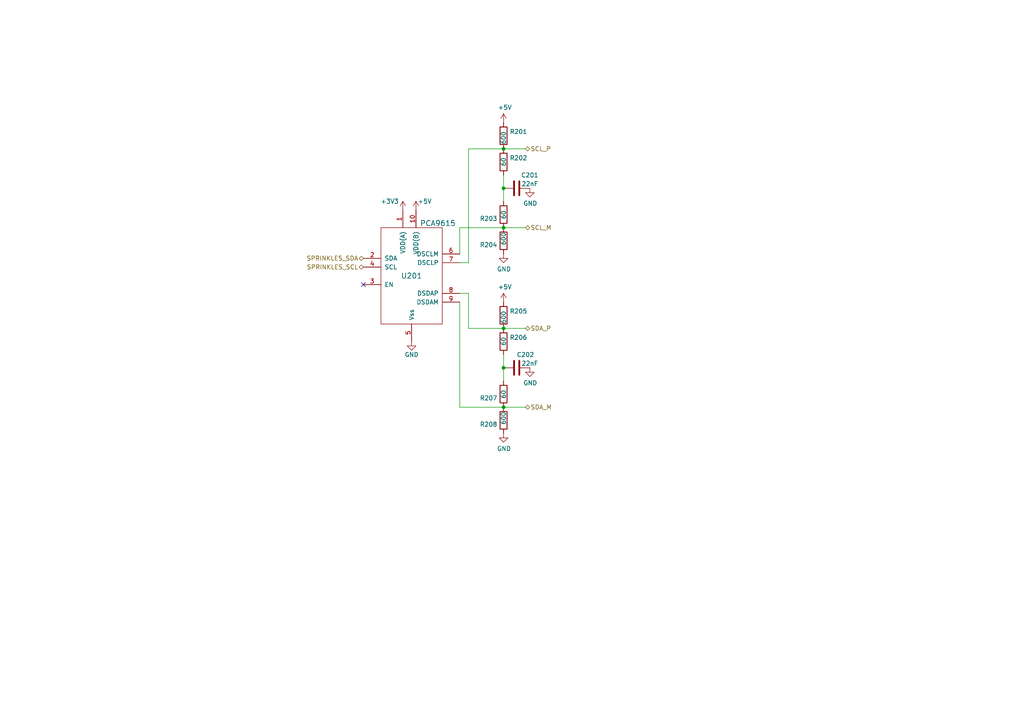
<source format=kicad_sch>
(kicad_sch (version 20211123) (generator eeschema)

  (uuid fc83cd71-1198-4019-87a1-dc154bceead3)

  (paper "A4")

  (lib_symbols
    (symbol "Device:C" (pin_numbers hide) (pin_names (offset 0.254)) (in_bom yes) (on_board yes)
      (property "Reference" "C" (id 0) (at 0.635 2.54 0)
        (effects (font (size 1.27 1.27)) (justify left))
      )
      (property "Value" "C" (id 1) (at 0.635 -2.54 0)
        (effects (font (size 1.27 1.27)) (justify left))
      )
      (property "Footprint" "" (id 2) (at 0.9652 -3.81 0)
        (effects (font (size 1.27 1.27)) hide)
      )
      (property "Datasheet" "~" (id 3) (at 0 0 0)
        (effects (font (size 1.27 1.27)) hide)
      )
      (property "ki_keywords" "cap capacitor" (id 4) (at 0 0 0)
        (effects (font (size 1.27 1.27)) hide)
      )
      (property "ki_description" "Unpolarized capacitor" (id 5) (at 0 0 0)
        (effects (font (size 1.27 1.27)) hide)
      )
      (property "ki_fp_filters" "C_*" (id 6) (at 0 0 0)
        (effects (font (size 1.27 1.27)) hide)
      )
      (symbol "C_0_1"
        (polyline
          (pts
            (xy -2.032 -0.762)
            (xy 2.032 -0.762)
          )
          (stroke (width 0.508) (type default) (color 0 0 0 0))
          (fill (type none))
        )
        (polyline
          (pts
            (xy -2.032 0.762)
            (xy 2.032 0.762)
          )
          (stroke (width 0.508) (type default) (color 0 0 0 0))
          (fill (type none))
        )
      )
      (symbol "C_1_1"
        (pin passive line (at 0 3.81 270) (length 2.794)
          (name "~" (effects (font (size 1.27 1.27))))
          (number "1" (effects (font (size 1.27 1.27))))
        )
        (pin passive line (at 0 -3.81 90) (length 2.794)
          (name "~" (effects (font (size 1.27 1.27))))
          (number "2" (effects (font (size 1.27 1.27))))
        )
      )
    )
    (symbol "Device:R" (pin_numbers hide) (pin_names (offset 0)) (in_bom yes) (on_board yes)
      (property "Reference" "R" (id 0) (at 2.032 0 90)
        (effects (font (size 1.27 1.27)))
      )
      (property "Value" "R" (id 1) (at 0 0 90)
        (effects (font (size 1.27 1.27)))
      )
      (property "Footprint" "" (id 2) (at -1.778 0 90)
        (effects (font (size 1.27 1.27)) hide)
      )
      (property "Datasheet" "~" (id 3) (at 0 0 0)
        (effects (font (size 1.27 1.27)) hide)
      )
      (property "ki_keywords" "R res resistor" (id 4) (at 0 0 0)
        (effects (font (size 1.27 1.27)) hide)
      )
      (property "ki_description" "Resistor" (id 5) (at 0 0 0)
        (effects (font (size 1.27 1.27)) hide)
      )
      (property "ki_fp_filters" "R_*" (id 6) (at 0 0 0)
        (effects (font (size 1.27 1.27)) hide)
      )
      (symbol "R_0_1"
        (rectangle (start -1.016 -2.54) (end 1.016 2.54)
          (stroke (width 0.254) (type default) (color 0 0 0 0))
          (fill (type none))
        )
      )
      (symbol "R_1_1"
        (pin passive line (at 0 3.81 270) (length 1.27)
          (name "~" (effects (font (size 1.27 1.27))))
          (number "1" (effects (font (size 1.27 1.27))))
        )
        (pin passive line (at 0 -3.81 90) (length 1.27)
          (name "~" (effects (font (size 1.27 1.27))))
          (number "2" (effects (font (size 1.27 1.27))))
        )
      )
    )
    (symbol "LHRE_Component_Library:PCA9615" (pin_names (offset 1.016)) (in_bom yes) (on_board yes)
      (property "Reference" "U" (id 0) (at 0 0 0)
        (effects (font (size 1.524 1.524)))
      )
      (property "Value" "LHRE_Component_Library_PCA9615" (id 1) (at 7.62 15.24 0)
        (effects (font (size 1.524 1.524)))
      )
      (property "Footprint" "" (id 2) (at 0 0 0)
        (effects (font (size 1.524 1.524)))
      )
      (property "Datasheet" "" (id 3) (at 0 0 0)
        (effects (font (size 1.524 1.524)))
      )
      (symbol "PCA9615_0_1"
        (rectangle (start -8.89 13.97) (end 8.89 -13.97)
          (stroke (width 0) (type default) (color 0 0 0 0))
          (fill (type none))
        )
      )
      (symbol "PCA9615_1_1"
        (pin input line (at -2.54 19.05 270) (length 5.08)
          (name "VDD(A)" (effects (font (size 1.27 1.27))))
          (number "1" (effects (font (size 1.27 1.27))))
        )
        (pin input line (at 1.27 19.05 270) (length 5.08)
          (name "VDD(B)" (effects (font (size 1.27 1.27))))
          (number "10" (effects (font (size 1.27 1.27))))
        )
        (pin input line (at -13.97 5.08 0) (length 5.08)
          (name "SDA" (effects (font (size 1.27 1.27))))
          (number "2" (effects (font (size 1.27 1.27))))
        )
        (pin input line (at -13.97 -2.54 0) (length 5.08)
          (name "EN" (effects (font (size 1.27 1.27))))
          (number "3" (effects (font (size 1.27 1.27))))
        )
        (pin input line (at -13.97 2.54 0) (length 5.08)
          (name "SCL" (effects (font (size 1.27 1.27))))
          (number "4" (effects (font (size 1.27 1.27))))
        )
        (pin input line (at 0 -19.05 90) (length 5.08)
          (name "Vss" (effects (font (size 1.27 1.27))))
          (number "5" (effects (font (size 1.27 1.27))))
        )
        (pin input line (at 13.97 6.35 180) (length 5.08)
          (name "DSCLM" (effects (font (size 1.27 1.27))))
          (number "6" (effects (font (size 1.27 1.27))))
        )
        (pin input line (at 13.97 3.81 180) (length 5.08)
          (name "DSCLP" (effects (font (size 1.27 1.27))))
          (number "7" (effects (font (size 1.27 1.27))))
        )
        (pin input line (at 13.97 -5.08 180) (length 5.08)
          (name "DSDAP" (effects (font (size 1.27 1.27))))
          (number "8" (effects (font (size 1.27 1.27))))
        )
        (pin input line (at 13.97 -7.62 180) (length 5.08)
          (name "DSDAM" (effects (font (size 1.27 1.27))))
          (number "9" (effects (font (size 1.27 1.27))))
        )
      )
    )
    (symbol "power:+3.3V" (power) (pin_names (offset 0)) (in_bom yes) (on_board yes)
      (property "Reference" "#PWR" (id 0) (at 0 -3.81 0)
        (effects (font (size 1.27 1.27)) hide)
      )
      (property "Value" "+3.3V" (id 1) (at 0 3.556 0)
        (effects (font (size 1.27 1.27)))
      )
      (property "Footprint" "" (id 2) (at 0 0 0)
        (effects (font (size 1.27 1.27)) hide)
      )
      (property "Datasheet" "" (id 3) (at 0 0 0)
        (effects (font (size 1.27 1.27)) hide)
      )
      (property "ki_keywords" "power-flag" (id 4) (at 0 0 0)
        (effects (font (size 1.27 1.27)) hide)
      )
      (property "ki_description" "Power symbol creates a global label with name \"+3.3V\"" (id 5) (at 0 0 0)
        (effects (font (size 1.27 1.27)) hide)
      )
      (symbol "+3.3V_0_1"
        (polyline
          (pts
            (xy -0.762 1.27)
            (xy 0 2.54)
          )
          (stroke (width 0) (type default) (color 0 0 0 0))
          (fill (type none))
        )
        (polyline
          (pts
            (xy 0 0)
            (xy 0 2.54)
          )
          (stroke (width 0) (type default) (color 0 0 0 0))
          (fill (type none))
        )
        (polyline
          (pts
            (xy 0 2.54)
            (xy 0.762 1.27)
          )
          (stroke (width 0) (type default) (color 0 0 0 0))
          (fill (type none))
        )
      )
      (symbol "+3.3V_1_1"
        (pin power_in line (at 0 0 90) (length 0) hide
          (name "+3V3" (effects (font (size 1.27 1.27))))
          (number "1" (effects (font (size 1.27 1.27))))
        )
      )
    )
    (symbol "power:+5V" (power) (pin_names (offset 0)) (in_bom yes) (on_board yes)
      (property "Reference" "#PWR" (id 0) (at 0 -3.81 0)
        (effects (font (size 1.27 1.27)) hide)
      )
      (property "Value" "+5V" (id 1) (at 0 3.556 0)
        (effects (font (size 1.27 1.27)))
      )
      (property "Footprint" "" (id 2) (at 0 0 0)
        (effects (font (size 1.27 1.27)) hide)
      )
      (property "Datasheet" "" (id 3) (at 0 0 0)
        (effects (font (size 1.27 1.27)) hide)
      )
      (property "ki_keywords" "power-flag" (id 4) (at 0 0 0)
        (effects (font (size 1.27 1.27)) hide)
      )
      (property "ki_description" "Power symbol creates a global label with name \"+5V\"" (id 5) (at 0 0 0)
        (effects (font (size 1.27 1.27)) hide)
      )
      (symbol "+5V_0_1"
        (polyline
          (pts
            (xy -0.762 1.27)
            (xy 0 2.54)
          )
          (stroke (width 0) (type default) (color 0 0 0 0))
          (fill (type none))
        )
        (polyline
          (pts
            (xy 0 0)
            (xy 0 2.54)
          )
          (stroke (width 0) (type default) (color 0 0 0 0))
          (fill (type none))
        )
        (polyline
          (pts
            (xy 0 2.54)
            (xy 0.762 1.27)
          )
          (stroke (width 0) (type default) (color 0 0 0 0))
          (fill (type none))
        )
      )
      (symbol "+5V_1_1"
        (pin power_in line (at 0 0 90) (length 0) hide
          (name "+5V" (effects (font (size 1.27 1.27))))
          (number "1" (effects (font (size 1.27 1.27))))
        )
      )
    )
    (symbol "power:GND" (power) (pin_names (offset 0)) (in_bom yes) (on_board yes)
      (property "Reference" "#PWR" (id 0) (at 0 -6.35 0)
        (effects (font (size 1.27 1.27)) hide)
      )
      (property "Value" "GND" (id 1) (at 0 -3.81 0)
        (effects (font (size 1.27 1.27)))
      )
      (property "Footprint" "" (id 2) (at 0 0 0)
        (effects (font (size 1.27 1.27)) hide)
      )
      (property "Datasheet" "" (id 3) (at 0 0 0)
        (effects (font (size 1.27 1.27)) hide)
      )
      (property "ki_keywords" "power-flag" (id 4) (at 0 0 0)
        (effects (font (size 1.27 1.27)) hide)
      )
      (property "ki_description" "Power symbol creates a global label with name \"GND\" , ground" (id 5) (at 0 0 0)
        (effects (font (size 1.27 1.27)) hide)
      )
      (symbol "GND_0_1"
        (polyline
          (pts
            (xy 0 0)
            (xy 0 -1.27)
            (xy 1.27 -1.27)
            (xy 0 -2.54)
            (xy -1.27 -1.27)
            (xy 0 -1.27)
          )
          (stroke (width 0) (type default) (color 0 0 0 0))
          (fill (type none))
        )
      )
      (symbol "GND_1_1"
        (pin power_in line (at 0 0 270) (length 0) hide
          (name "GND" (effects (font (size 1.27 1.27))))
          (number "1" (effects (font (size 1.27 1.27))))
        )
      )
    )
  )

  (junction (at 146.05 66.04) (diameter 0) (color 0 0 0 0)
    (uuid 0ba17a9b-d889-426c-b4fe-048bed6b6be8)
  )
  (junction (at 146.05 118.11) (diameter 0) (color 0 0 0 0)
    (uuid 3ed2c840-383d-4cbd-bc3b-c4ea4c97b333)
  )
  (junction (at 146.05 106.68) (diameter 0) (color 0 0 0 0)
    (uuid a7fc0812-140f-4d96-9cd8-ead8c1c610b1)
  )
  (junction (at 146.05 43.18) (diameter 0) (color 0 0 0 0)
    (uuid e50c80c5-80c4-46a3-8c1e-c9c3a71a0934)
  )
  (junction (at 146.05 54.61) (diameter 0) (color 0 0 0 0)
    (uuid e70d061b-28f0-4421-ad15-0598604086e8)
  )
  (junction (at 146.05 95.25) (diameter 0) (color 0 0 0 0)
    (uuid f33ec0db-ef0f-4576-8054-2833161a8f30)
  )

  (no_connect (at 105.41 82.55) (uuid bb8162f0-99c8-4884-be5b-c0d0c7e81ff6))

  (wire (pts (xy 146.05 50.8) (xy 146.05 54.61))
    (stroke (width 0) (type default) (color 0 0 0 0))
    (uuid 02f8904b-a7b2-49dd-b392-764e7e29fb51)
  )
  (wire (pts (xy 133.35 66.04) (xy 133.35 73.66))
    (stroke (width 0) (type default) (color 0 0 0 0))
    (uuid 29cbb0bc-f66b-4d11-80e7-5bb270e42496)
  )
  (wire (pts (xy 133.35 76.2) (xy 135.89 76.2))
    (stroke (width 0) (type default) (color 0 0 0 0))
    (uuid 355ced6c-c08a-4586-9a09-7a9c624536f6)
  )
  (wire (pts (xy 152.4 118.11) (xy 146.05 118.11))
    (stroke (width 0) (type default) (color 0 0 0 0))
    (uuid 4086cbd7-6ba7-4e63-8da9-17e60627ee17)
  )
  (wire (pts (xy 152.4 66.04) (xy 146.05 66.04))
    (stroke (width 0) (type default) (color 0 0 0 0))
    (uuid 465137b4-f6f7-4d51-9b40-b161947d5cc1)
  )
  (wire (pts (xy 146.05 102.87) (xy 146.05 106.68))
    (stroke (width 0) (type default) (color 0 0 0 0))
    (uuid 63caf46e-0228-40de-b819-c6bd29dd1711)
  )
  (wire (pts (xy 135.89 95.25) (xy 146.05 95.25))
    (stroke (width 0) (type default) (color 0 0 0 0))
    (uuid 653a86ba-a1ae-4175-9d4c-c788087956d0)
  )
  (wire (pts (xy 133.35 87.63) (xy 133.35 118.11))
    (stroke (width 0) (type default) (color 0 0 0 0))
    (uuid 6a0919c2-460c-4229-b872-14e318e1ba8b)
  )
  (wire (pts (xy 135.89 43.18) (xy 135.89 76.2))
    (stroke (width 0) (type default) (color 0 0 0 0))
    (uuid 7233cb6b-d8fd-4fcd-9b4f-8b0ed19b1b12)
  )
  (wire (pts (xy 135.89 43.18) (xy 146.05 43.18))
    (stroke (width 0) (type default) (color 0 0 0 0))
    (uuid 761c8e29-382a-475c-a37a-7201cc9cd0f5)
  )
  (wire (pts (xy 146.05 54.61) (xy 146.05 58.42))
    (stroke (width 0) (type default) (color 0 0 0 0))
    (uuid 8bd46048-cab7-4adf-af9a-bc2710c1894c)
  )
  (wire (pts (xy 146.05 106.68) (xy 146.05 110.49))
    (stroke (width 0) (type default) (color 0 0 0 0))
    (uuid 94a10cae-6ef2-4b64-9d98-fb22aa3306cc)
  )
  (wire (pts (xy 133.35 85.09) (xy 135.89 85.09))
    (stroke (width 0) (type default) (color 0 0 0 0))
    (uuid c2dd13db-24b6-40f1-b75b-b9ab893d92ea)
  )
  (wire (pts (xy 133.35 66.04) (xy 146.05 66.04))
    (stroke (width 0) (type default) (color 0 0 0 0))
    (uuid c401e9c6-1deb-4979-99be-7c801c952098)
  )
  (wire (pts (xy 133.35 118.11) (xy 146.05 118.11))
    (stroke (width 0) (type default) (color 0 0 0 0))
    (uuid d1c19c11-0a13-4237-b6b4-fb2ef1db7c6d)
  )
  (wire (pts (xy 152.4 95.25) (xy 146.05 95.25))
    (stroke (width 0) (type default) (color 0 0 0 0))
    (uuid d1cd5391-31d2-459f-8adb-4ae3f304a833)
  )
  (wire (pts (xy 152.4 43.18) (xy 146.05 43.18))
    (stroke (width 0) (type default) (color 0 0 0 0))
    (uuid d8200a86-aa75-47a3-ad2a-7f4c9c999a6f)
  )
  (wire (pts (xy 135.89 85.09) (xy 135.89 95.25))
    (stroke (width 0) (type default) (color 0 0 0 0))
    (uuid df83f395-2d18-47e2-a370-952ca41c2b3a)
  )

  (hierarchical_label "SPRINKLES_SDA" (shape bidirectional) (at 105.41 74.93 180)
    (effects (font (size 1.27 1.27)) (justify right))
    (uuid 123968c6-74e7-4754-8c36-08ea08e42555)
  )
  (hierarchical_label "SCL_M" (shape bidirectional) (at 152.4 66.04 0)
    (effects (font (size 1.27 1.27)) (justify left))
    (uuid 275b6416-db29-42cc-9307-bf426917c3b4)
  )
  (hierarchical_label "SDA_P" (shape bidirectional) (at 152.4 95.25 0)
    (effects (font (size 1.27 1.27)) (justify left))
    (uuid 3c22d605-7855-4cc6-8ad2-906cadbd02dc)
  )
  (hierarchical_label "SCL_P" (shape bidirectional) (at 152.4 43.18 0)
    (effects (font (size 1.27 1.27)) (justify left))
    (uuid 91fc5800-6029-46b1-848d-ca0091f97267)
  )
  (hierarchical_label "SPRINKLES_SCL" (shape bidirectional) (at 105.41 77.47 180)
    (effects (font (size 1.27 1.27)) (justify right))
    (uuid aa1c6f47-cbd4-4cbd-8265-e5ac08b7ffc8)
  )
  (hierarchical_label "SDA_M" (shape bidirectional) (at 152.4 118.11 0)
    (effects (font (size 1.27 1.27)) (justify left))
    (uuid bd085057-7c0e-463a-982b-968a2dc1f0f8)
  )

  (symbol (lib_id "LHRE_Component_Library:PCA9615") (at 119.38 80.01 0) (unit 1)
    (in_bom yes) (on_board yes)
    (uuid 00000000-0000-0000-0000-00005d81d2e8)
    (property "Reference" "U201" (id 0) (at 119.38 80.01 0)
      (effects (font (size 1.524 1.524)))
    )
    (property "Value" "PCA9615" (id 1) (at 127 64.77 0)
      (effects (font (size 1.524 1.524)))
    )
    (property "Footprint" "Package_SO:TSSOP-10_3x3mm_P0.5mm" (id 2) (at 119.38 80.01 0)
      (effects (font (size 1.524 1.524)) hide)
    )
    (property "Datasheet" "https://datasheet.octopart.com/PCA9615DPJ-NXP-Semiconductors-datasheet-26368818.pdf" (id 3) (at 119.38 80.01 0)
      (effects (font (size 1.524 1.524)) hide)
    )
    (property "Manufacturer" "NXP" (id 4) (at 119.38 80.01 0)
      (effects (font (size 1.27 1.27)) hide)
    )
    (property "Part Number" "PCA9615DPJ" (id 5) (at 119.38 80.01 0)
      (effects (font (size 1.27 1.27)) hide)
    )
    (property "Description" "IC REDRIVER I2C 2CH 10TSSOP" (id 6) (at 119.38 80.01 0)
      (effects (font (size 1.27 1.27)) hide)
    )
    (property "Package" "TSSOP10" (id 7) (at 119.38 80.01 0)
      (effects (font (size 1.27 1.27)) hide)
    )
    (pin "1" (uuid afe4ddf5-c76d-4572-81d0-330059d750fb))
    (pin "10" (uuid fa08bbd8-3032-43ad-9224-891f0af2094e))
    (pin "2" (uuid c1b9de0f-f5c7-4984-a5ab-5f85e10e3256))
    (pin "3" (uuid 11dd75c3-6fbe-4ff3-8f7a-04c46fdf5c60))
    (pin "4" (uuid 98f17d0a-8aa0-45eb-b901-477c4cf3b5ef))
    (pin "5" (uuid d0342920-3b5a-40d1-be3e-8afde0774a75))
    (pin "6" (uuid 71d7f736-f7f1-4c97-bc0b-deffb5921667))
    (pin "7" (uuid 31f0a5cf-1873-4f4b-84cc-b9ad991c0d1f))
    (pin "8" (uuid 87887cdf-ede0-4282-820a-00fd7bcf8f6f))
    (pin "9" (uuid 3be1c366-8157-43ad-aa6f-b4202bd96b55))
  )

  (symbol (lib_id "power:GND") (at 119.38 99.06 0) (unit 1)
    (in_bom yes) (on_board yes)
    (uuid 00000000-0000-0000-0000-00005d81db3c)
    (property "Reference" "#PWR0202" (id 0) (at 119.38 105.41 0)
      (effects (font (size 1.27 1.27)) hide)
    )
    (property "Value" "GND" (id 1) (at 119.38 102.87 0))
    (property "Footprint" "" (id 2) (at 119.38 99.06 0)
      (effects (font (size 1.27 1.27)) hide)
    )
    (property "Datasheet" "" (id 3) (at 119.38 99.06 0)
      (effects (font (size 1.27 1.27)) hide)
    )
    (pin "1" (uuid 38308367-4562-4a6a-bd15-9e81dd42d931))
  )

  (symbol (lib_id "power:+5V") (at 120.65 60.96 0) (unit 1)
    (in_bom yes) (on_board yes)
    (uuid 00000000-0000-0000-0000-00005d822507)
    (property "Reference" "#PWR0203" (id 0) (at 120.65 64.77 0)
      (effects (font (size 1.27 1.27)) hide)
    )
    (property "Value" "+5V" (id 1) (at 123.19 58.42 0))
    (property "Footprint" "" (id 2) (at 120.65 60.96 0)
      (effects (font (size 1.27 1.27)) hide)
    )
    (property "Datasheet" "" (id 3) (at 120.65 60.96 0)
      (effects (font (size 1.27 1.27)) hide)
    )
    (pin "1" (uuid 461b93ba-88ae-4363-bb1f-e1e0cd198f76))
  )

  (symbol (lib_id "power:+3.3V") (at 116.84 60.96 0) (unit 1)
    (in_bom yes) (on_board yes)
    (uuid 00000000-0000-0000-0000-00005d9d094d)
    (property "Reference" "#PWR0201" (id 0) (at 116.84 64.77 0)
      (effects (font (size 1.27 1.27)) hide)
    )
    (property "Value" "+3.3V" (id 1) (at 113.03 58.42 0))
    (property "Footprint" "" (id 2) (at 116.84 60.96 0)
      (effects (font (size 1.27 1.27)) hide)
    )
    (property "Datasheet" "" (id 3) (at 116.84 60.96 0)
      (effects (font (size 1.27 1.27)) hide)
    )
    (pin "1" (uuid ca61b2a1-a181-4525-add8-54275ea1e0c3))
  )

  (symbol (lib_id "Device:R") (at 146.05 39.37 0) (unit 1)
    (in_bom yes) (on_board yes)
    (uuid 00000000-0000-0000-0000-00005d9d303f)
    (property "Reference" "R201" (id 0) (at 147.828 38.2016 0)
      (effects (font (size 1.27 1.27)) (justify left))
    )
    (property "Value" "600" (id 1) (at 146.05 41.91 90)
      (effects (font (size 1.27 1.27)) (justify left))
    )
    (property "Footprint" "Resistor_SMD:R_0603_1608Metric_Pad1.05x0.95mm_HandSolder" (id 2) (at 144.272 39.37 90)
      (effects (font (size 1.27 1.27)) hide)
    )
    (property "Datasheet" "~" (id 3) (at 146.05 39.37 0)
      (effects (font (size 1.27 1.27)) hide)
    )
    (property "Description" "RES SMD 600 OHM 1% 0603 " (id 4) (at 146.05 39.37 0)
      (effects (font (size 1.27 1.27)) hide)
    )
    (property "Package" "0603" (id 5) (at 146.05 39.37 0)
      (effects (font (size 1.27 1.27)) hide)
    )
    (pin "1" (uuid f6524778-165d-40ae-8769-3082e82e931f))
    (pin "2" (uuid 536e7299-01f9-4e6e-b7aa-e732c94f5195))
  )

  (symbol (lib_id "Device:R") (at 146.05 46.99 0) (unit 1)
    (in_bom yes) (on_board yes)
    (uuid 00000000-0000-0000-0000-00005d9d3ecb)
    (property "Reference" "R202" (id 0) (at 147.828 45.8216 0)
      (effects (font (size 1.27 1.27)) (justify left))
    )
    (property "Value" "60" (id 1) (at 146.05 48.26 90)
      (effects (font (size 1.27 1.27)) (justify left))
    )
    (property "Footprint" "Resistor_SMD:R_0603_1608Metric_Pad1.05x0.95mm_HandSolder" (id 2) (at 144.272 46.99 90)
      (effects (font (size 1.27 1.27)) hide)
    )
    (property "Datasheet" "~" (id 3) (at 146.05 46.99 0)
      (effects (font (size 1.27 1.27)) hide)
    )
    (property "Description" "RES SMD 60 OHM 1% 0603 " (id 4) (at 146.05 46.99 0)
      (effects (font (size 1.27 1.27)) hide)
    )
    (property "Package" "0603" (id 5) (at 146.05 46.99 0)
      (effects (font (size 1.27 1.27)) hide)
    )
    (pin "1" (uuid 09c03aeb-2c4c-4c1b-97ad-d4fece5e3f27))
    (pin "2" (uuid 7fe8489e-5674-4479-bf97-82a32d513a7e))
  )

  (symbol (lib_id "Device:C") (at 149.86 54.61 270) (unit 1)
    (in_bom yes) (on_board yes)
    (uuid 00000000-0000-0000-0000-00005d9d499a)
    (property "Reference" "C201" (id 0) (at 153.67 50.8 90))
    (property "Value" "22nF" (id 1) (at 153.67 53.34 90))
    (property "Footprint" "Capacitor_SMD:C_0603_1608Metric_Pad1.05x0.95mm_HandSolder" (id 2) (at 146.05 55.5752 0)
      (effects (font (size 1.27 1.27)) hide)
    )
    (property "Datasheet" "~" (id 3) (at 149.86 54.61 0)
      (effects (font (size 1.27 1.27)) hide)
    )
    (property "Description" "CAP CER 22nF 25V X7R 0603" (id 4) (at 149.86 54.61 0)
      (effects (font (size 1.27 1.27)) hide)
    )
    (property "Package" "0603" (id 5) (at 149.86 54.61 0)
      (effects (font (size 1.27 1.27)) hide)
    )
    (pin "1" (uuid 0e40bd92-1dae-45fd-ad04-0e17634efa22))
    (pin "2" (uuid 751b634c-f59c-4a50-988e-7bd06c872952))
  )

  (symbol (lib_id "Device:R") (at 146.05 69.85 180) (unit 1)
    (in_bom yes) (on_board yes)
    (uuid 00000000-0000-0000-0000-00005d9d8e28)
    (property "Reference" "R204" (id 0) (at 144.272 71.0184 0)
      (effects (font (size 1.27 1.27)) (justify left))
    )
    (property "Value" "600" (id 1) (at 146.05 67.31 90)
      (effects (font (size 1.27 1.27)) (justify left))
    )
    (property "Footprint" "Resistor_SMD:R_0603_1608Metric_Pad1.05x0.95mm_HandSolder" (id 2) (at 147.828 69.85 90)
      (effects (font (size 1.27 1.27)) hide)
    )
    (property "Datasheet" "~" (id 3) (at 146.05 69.85 0)
      (effects (font (size 1.27 1.27)) hide)
    )
    (property "Description" "RES SMD 600 OHM 1% 0603 " (id 4) (at 146.05 69.85 0)
      (effects (font (size 1.27 1.27)) hide)
    )
    (property "Package" "0603" (id 5) (at 146.05 69.85 0)
      (effects (font (size 1.27 1.27)) hide)
    )
    (pin "1" (uuid 9708151f-df27-44f4-a7f2-da0302021d21))
    (pin "2" (uuid d85025fb-e43d-4823-a5dd-ad8943feb675))
  )

  (symbol (lib_id "Device:R") (at 146.05 62.23 180) (unit 1)
    (in_bom yes) (on_board yes)
    (uuid 00000000-0000-0000-0000-00005d9d8e30)
    (property "Reference" "R203" (id 0) (at 144.272 63.3984 0)
      (effects (font (size 1.27 1.27)) (justify left))
    )
    (property "Value" "60" (id 1) (at 146.05 60.96 90)
      (effects (font (size 1.27 1.27)) (justify left))
    )
    (property "Footprint" "Resistor_SMD:R_0603_1608Metric_Pad1.05x0.95mm_HandSolder" (id 2) (at 147.828 62.23 90)
      (effects (font (size 1.27 1.27)) hide)
    )
    (property "Datasheet" "~" (id 3) (at 146.05 62.23 0)
      (effects (font (size 1.27 1.27)) hide)
    )
    (property "Description" "RES SMD 60 OHM 1% 0603 " (id 4) (at 146.05 62.23 0)
      (effects (font (size 1.27 1.27)) hide)
    )
    (property "Package" "0603" (id 5) (at 146.05 62.23 0)
      (effects (font (size 1.27 1.27)) hide)
    )
    (pin "1" (uuid cc80a1df-6547-477d-a599-8c815bd97fca))
    (pin "2" (uuid 4c1abb22-353e-497e-a507-9c856e2fe82f))
  )

  (symbol (lib_id "power:GND") (at 153.67 54.61 0) (unit 1)
    (in_bom yes) (on_board yes)
    (uuid 00000000-0000-0000-0000-00005d9d8f30)
    (property "Reference" "#PWR0208" (id 0) (at 153.67 60.96 0)
      (effects (font (size 1.27 1.27)) hide)
    )
    (property "Value" "GND" (id 1) (at 153.797 59.0042 0))
    (property "Footprint" "" (id 2) (at 153.67 54.61 0)
      (effects (font (size 1.27 1.27)) hide)
    )
    (property "Datasheet" "" (id 3) (at 153.67 54.61 0)
      (effects (font (size 1.27 1.27)) hide)
    )
    (pin "1" (uuid a340ffec-ed73-4437-8fbf-7434d84e9c5c))
  )

  (symbol (lib_id "power:+5V") (at 146.05 35.56 0) (unit 1)
    (in_bom yes) (on_board yes)
    (uuid 00000000-0000-0000-0000-00005d9d959d)
    (property "Reference" "#PWR0204" (id 0) (at 146.05 39.37 0)
      (effects (font (size 1.27 1.27)) hide)
    )
    (property "Value" "+5V" (id 1) (at 146.431 31.1658 0))
    (property "Footprint" "" (id 2) (at 146.05 35.56 0)
      (effects (font (size 1.27 1.27)) hide)
    )
    (property "Datasheet" "" (id 3) (at 146.05 35.56 0)
      (effects (font (size 1.27 1.27)) hide)
    )
    (pin "1" (uuid 893e8665-4cbe-4be0-8897-2e49f5ae61c0))
  )

  (symbol (lib_id "power:GND") (at 146.05 73.66 0) (unit 1)
    (in_bom yes) (on_board yes)
    (uuid 00000000-0000-0000-0000-00005d9d9b68)
    (property "Reference" "#PWR0205" (id 0) (at 146.05 80.01 0)
      (effects (font (size 1.27 1.27)) hide)
    )
    (property "Value" "GND" (id 1) (at 146.177 78.0542 0))
    (property "Footprint" "" (id 2) (at 146.05 73.66 0)
      (effects (font (size 1.27 1.27)) hide)
    )
    (property "Datasheet" "" (id 3) (at 146.05 73.66 0)
      (effects (font (size 1.27 1.27)) hide)
    )
    (pin "1" (uuid fb256c68-3c79-4a8e-a56c-e9920d041772))
  )

  (symbol (lib_id "Device:R") (at 146.05 91.44 0) (unit 1)
    (in_bom yes) (on_board yes)
    (uuid 00000000-0000-0000-0000-00005d9e5744)
    (property "Reference" "R205" (id 0) (at 147.828 90.2716 0)
      (effects (font (size 1.27 1.27)) (justify left))
    )
    (property "Value" "600" (id 1) (at 146.05 93.98 90)
      (effects (font (size 1.27 1.27)) (justify left))
    )
    (property "Footprint" "Resistor_SMD:R_0603_1608Metric_Pad1.05x0.95mm_HandSolder" (id 2) (at 144.272 91.44 90)
      (effects (font (size 1.27 1.27)) hide)
    )
    (property "Datasheet" "~" (id 3) (at 146.05 91.44 0)
      (effects (font (size 1.27 1.27)) hide)
    )
    (property "Description" "RES SMD 600 OHM 1% 0603 " (id 4) (at 146.05 91.44 0)
      (effects (font (size 1.27 1.27)) hide)
    )
    (property "Package" "0603" (id 5) (at 146.05 91.44 0)
      (effects (font (size 1.27 1.27)) hide)
    )
    (pin "1" (uuid 4cf72d78-7b35-40bb-9d0b-d0bff0b4c68b))
    (pin "2" (uuid 07670d98-b877-49ae-8def-516a48578e97))
  )

  (symbol (lib_id "Device:R") (at 146.05 99.06 0) (unit 1)
    (in_bom yes) (on_board yes)
    (uuid 00000000-0000-0000-0000-00005d9e574c)
    (property "Reference" "R206" (id 0) (at 147.828 97.8916 0)
      (effects (font (size 1.27 1.27)) (justify left))
    )
    (property "Value" "60" (id 1) (at 146.05 100.33 90)
      (effects (font (size 1.27 1.27)) (justify left))
    )
    (property "Footprint" "Resistor_SMD:R_0603_1608Metric_Pad1.05x0.95mm_HandSolder" (id 2) (at 144.272 99.06 90)
      (effects (font (size 1.27 1.27)) hide)
    )
    (property "Datasheet" "~" (id 3) (at 146.05 99.06 0)
      (effects (font (size 1.27 1.27)) hide)
    )
    (property "Description" "RES SMD 60 OHM 1% 0603 " (id 4) (at 146.05 99.06 0)
      (effects (font (size 1.27 1.27)) hide)
    )
    (property "Package" "0603" (id 5) (at 146.05 99.06 0)
      (effects (font (size 1.27 1.27)) hide)
    )
    (pin "1" (uuid fc60cf5d-a7e9-49fd-8855-551136a053b6))
    (pin "2" (uuid fee09b9f-5e2e-41f4-b3d6-58f4f86e1276))
  )

  (symbol (lib_id "Device:C") (at 149.86 106.68 270) (unit 1)
    (in_bom yes) (on_board yes)
    (uuid 00000000-0000-0000-0000-00005d9e5754)
    (property "Reference" "C202" (id 0) (at 152.4 102.87 90))
    (property "Value" "22nF" (id 1) (at 153.67 105.41 90))
    (property "Footprint" "Capacitor_SMD:C_0603_1608Metric_Pad1.05x0.95mm_HandSolder" (id 2) (at 146.05 107.6452 0)
      (effects (font (size 1.27 1.27)) hide)
    )
    (property "Datasheet" "~" (id 3) (at 149.86 106.68 0)
      (effects (font (size 1.27 1.27)) hide)
    )
    (property "Description" "CAP CER 22nF 25V X7R 0603" (id 4) (at 149.86 106.68 0)
      (effects (font (size 1.27 1.27)) hide)
    )
    (property "Package" "0603" (id 5) (at 149.86 106.68 0)
      (effects (font (size 1.27 1.27)) hide)
    )
    (pin "1" (uuid f69b8141-8091-474b-aab4-628edc857cd5))
    (pin "2" (uuid 3763ec6b-effd-45ec-8bd9-fd49d466e494))
  )

  (symbol (lib_id "Device:R") (at 146.05 121.92 180) (unit 1)
    (in_bom yes) (on_board yes)
    (uuid 00000000-0000-0000-0000-00005d9e575c)
    (property "Reference" "R208" (id 0) (at 144.272 123.0884 0)
      (effects (font (size 1.27 1.27)) (justify left))
    )
    (property "Value" "600" (id 1) (at 146.05 119.38 90)
      (effects (font (size 1.27 1.27)) (justify left))
    )
    (property "Footprint" "Resistor_SMD:R_0603_1608Metric_Pad1.05x0.95mm_HandSolder" (id 2) (at 147.828 121.92 90)
      (effects (font (size 1.27 1.27)) hide)
    )
    (property "Datasheet" "~" (id 3) (at 146.05 121.92 0)
      (effects (font (size 1.27 1.27)) hide)
    )
    (property "Description" "RES SMD 600 OHM 1% 0603 " (id 4) (at 146.05 121.92 0)
      (effects (font (size 1.27 1.27)) hide)
    )
    (property "Package" "0603" (id 5) (at 146.05 121.92 0)
      (effects (font (size 1.27 1.27)) hide)
    )
    (pin "1" (uuid 9907ad99-20fe-49bb-83dc-39bf6e604458))
    (pin "2" (uuid 92d9cdb6-aab7-4ae5-bda1-f235038d75ff))
  )

  (symbol (lib_id "Device:R") (at 146.05 114.3 180) (unit 1)
    (in_bom yes) (on_board yes)
    (uuid 00000000-0000-0000-0000-00005d9e5764)
    (property "Reference" "R207" (id 0) (at 144.272 115.4684 0)
      (effects (font (size 1.27 1.27)) (justify left))
    )
    (property "Value" "60" (id 1) (at 146.05 113.03 90)
      (effects (font (size 1.27 1.27)) (justify left))
    )
    (property "Footprint" "Resistor_SMD:R_0603_1608Metric_Pad1.05x0.95mm_HandSolder" (id 2) (at 147.828 114.3 90)
      (effects (font (size 1.27 1.27)) hide)
    )
    (property "Datasheet" "~" (id 3) (at 146.05 114.3 0)
      (effects (font (size 1.27 1.27)) hide)
    )
    (property "Description" "RES SMD 60 OHM 1% 0603 " (id 4) (at 146.05 114.3 0)
      (effects (font (size 1.27 1.27)) hide)
    )
    (property "Package" "0603" (id 5) (at 146.05 114.3 0)
      (effects (font (size 1.27 1.27)) hide)
    )
    (pin "1" (uuid 9f156a06-a5e8-4efb-8865-5186353e0437))
    (pin "2" (uuid 47cbd36b-e278-4c58-9f50-01d06f05a512))
  )

  (symbol (lib_id "power:GND") (at 153.67 106.68 0) (unit 1)
    (in_bom yes) (on_board yes)
    (uuid 00000000-0000-0000-0000-00005d9e576a)
    (property "Reference" "#PWR0209" (id 0) (at 153.67 113.03 0)
      (effects (font (size 1.27 1.27)) hide)
    )
    (property "Value" "GND" (id 1) (at 153.797 111.0742 0))
    (property "Footprint" "" (id 2) (at 153.67 106.68 0)
      (effects (font (size 1.27 1.27)) hide)
    )
    (property "Datasheet" "" (id 3) (at 153.67 106.68 0)
      (effects (font (size 1.27 1.27)) hide)
    )
    (pin "1" (uuid 19febb25-48c3-4f6a-9b82-a130831f180d))
  )

  (symbol (lib_id "power:+5V") (at 146.05 87.63 0) (unit 1)
    (in_bom yes) (on_board yes)
    (uuid 00000000-0000-0000-0000-00005d9e5770)
    (property "Reference" "#PWR0206" (id 0) (at 146.05 91.44 0)
      (effects (font (size 1.27 1.27)) hide)
    )
    (property "Value" "+5V" (id 1) (at 146.431 83.2358 0))
    (property "Footprint" "" (id 2) (at 146.05 87.63 0)
      (effects (font (size 1.27 1.27)) hide)
    )
    (property "Datasheet" "" (id 3) (at 146.05 87.63 0)
      (effects (font (size 1.27 1.27)) hide)
    )
    (pin "1" (uuid 05219430-e0c9-4db7-944a-06d914af11a5))
  )

  (symbol (lib_id "power:GND") (at 146.05 125.73 0) (unit 1)
    (in_bom yes) (on_board yes)
    (uuid 00000000-0000-0000-0000-00005d9e5776)
    (property "Reference" "#PWR0207" (id 0) (at 146.05 132.08 0)
      (effects (font (size 1.27 1.27)) hide)
    )
    (property "Value" "GND" (id 1) (at 146.177 130.1242 0))
    (property "Footprint" "" (id 2) (at 146.05 125.73 0)
      (effects (font (size 1.27 1.27)) hide)
    )
    (property "Datasheet" "" (id 3) (at 146.05 125.73 0)
      (effects (font (size 1.27 1.27)) hide)
    )
    (pin "1" (uuid 5e004c4c-af48-4711-be1b-2783e246f058))
  )
)

</source>
